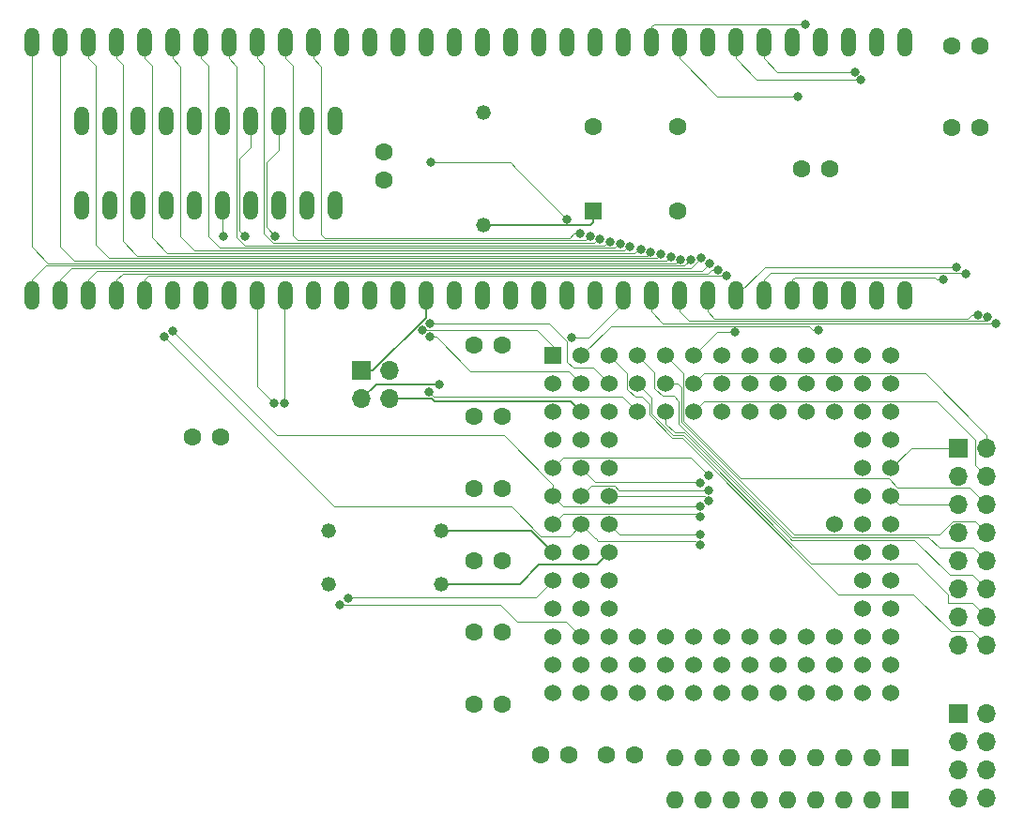
<source format=gbr>
G04 #@! TF.GenerationSoftware,KiCad,Pcbnew,(5.1.5-0-10_14)*
G04 #@! TF.CreationDate,2020-11-11T10:53:56+00:00*
G04 #@! TF.ProjectId,rosco_m68k_r1_020,726f7363-6f5f-46d3-9638-6b5f72315f30,rev?*
G04 #@! TF.SameCoordinates,Original*
G04 #@! TF.FileFunction,Copper,L1,Top*
G04 #@! TF.FilePolarity,Positive*
%FSLAX46Y46*%
G04 Gerber Fmt 4.6, Leading zero omitted, Abs format (unit mm)*
G04 Created by KiCad (PCBNEW (5.1.5-0-10_14)) date 2020-11-11 10:53:56*
%MOMM*%
%LPD*%
G04 APERTURE LIST*
%ADD10O,1.320800X2.641600*%
%ADD11C,1.524000*%
%ADD12R,1.524000X1.524000*%
%ADD13O,1.600000X1.600000*%
%ADD14R,1.600000X1.600000*%
%ADD15C,1.320800*%
%ADD16C,1.600000*%
%ADD17O,1.700000X1.700000*%
%ADD18R,1.700000X1.700000*%
%ADD19C,1.600200*%
%ADD20C,0.800000*%
%ADD21C,0.120000*%
%ADD22C,0.152400*%
G04 APERTURE END LIST*
D10*
X115457000Y-35370599D03*
X112917000Y-35370599D03*
X110377000Y-35370599D03*
X107837000Y-35370599D03*
X105297000Y-35370599D03*
X102757000Y-35370599D03*
X100217000Y-35370599D03*
X97677000Y-35370599D03*
X95137000Y-35370599D03*
X92597000Y-35370599D03*
X90057000Y-35370599D03*
X87517000Y-35370599D03*
X115457000Y-58230599D03*
X112917000Y-58230599D03*
X110377000Y-58230599D03*
X107837000Y-58230599D03*
X105297000Y-58230599D03*
X102757000Y-58230599D03*
X100217000Y-58230599D03*
X97677000Y-58230599D03*
X95137000Y-58230599D03*
X92597000Y-58230599D03*
X90057000Y-58230599D03*
X87517000Y-58230599D03*
X39257000Y-35370599D03*
X41797000Y-35370599D03*
X44337000Y-35370599D03*
X46877000Y-35370599D03*
X49417000Y-35370599D03*
X51957000Y-35370599D03*
X54497000Y-35370599D03*
X57037000Y-35370599D03*
X59577000Y-35370599D03*
X62117000Y-35370599D03*
X64657000Y-35370599D03*
X67197000Y-35370599D03*
X69737000Y-35370599D03*
X72277000Y-35370599D03*
X74817000Y-35370599D03*
X77357000Y-35370599D03*
X79897000Y-35370599D03*
X82437000Y-35370599D03*
X84977000Y-35370599D03*
X117997000Y-35370599D03*
X117997000Y-58230599D03*
X84977000Y-58230599D03*
X82437000Y-58230599D03*
X79897000Y-58230599D03*
X77357000Y-58230599D03*
X74817000Y-58230599D03*
X72277000Y-58230599D03*
X69737000Y-58230599D03*
X67197000Y-58230599D03*
X64657000Y-58230599D03*
X62117000Y-58230599D03*
X59577000Y-58230599D03*
X57037000Y-58230599D03*
X54497000Y-58230599D03*
X51957000Y-58230599D03*
X49417000Y-58230599D03*
X46877000Y-58230599D03*
X44337000Y-58230599D03*
X41797000Y-58230599D03*
X39257000Y-58230599D03*
X43770000Y-42418000D03*
X46310000Y-42418000D03*
X48850000Y-42418000D03*
X51390000Y-42418000D03*
X53930000Y-42418000D03*
X56470000Y-42418000D03*
X59010000Y-42418000D03*
X61550000Y-42418000D03*
X64090000Y-42418000D03*
X66630000Y-42418000D03*
X66630000Y-50038000D03*
X64090000Y-50038000D03*
X61550000Y-50038000D03*
X59010000Y-50038000D03*
X56470000Y-50038000D03*
X53930000Y-50038000D03*
X51390000Y-50038000D03*
X48850000Y-50038000D03*
X46310000Y-50038000D03*
X43770000Y-50038000D03*
D11*
X109153200Y-63640000D03*
X106613200Y-63640000D03*
X104073200Y-63640000D03*
X116773200Y-63640000D03*
X114233200Y-63640000D03*
X93913200Y-63640000D03*
X96453200Y-63640000D03*
D12*
X86293200Y-63640000D03*
D11*
X101533200Y-63640000D03*
X88833200Y-63640000D03*
X91373200Y-63640000D03*
X98993200Y-63640000D03*
X111693200Y-63640000D03*
X109153200Y-66180000D03*
X106613200Y-66180000D03*
X104073200Y-66180000D03*
X116773200Y-66180000D03*
X114233200Y-66180000D03*
X93913200Y-66180000D03*
X96453200Y-66180000D03*
X86293200Y-66180000D03*
X101533200Y-66180000D03*
X88833200Y-66180000D03*
X91373200Y-66180000D03*
X98993200Y-66180000D03*
X111693200Y-66180000D03*
X109153200Y-68720000D03*
X106613200Y-68720000D03*
X104073200Y-68720000D03*
X116773200Y-68720000D03*
X114233200Y-68720000D03*
X93913200Y-68720000D03*
X96453200Y-68720000D03*
X86293200Y-68720000D03*
X101533200Y-68720000D03*
X88833200Y-68720000D03*
X91373200Y-68720000D03*
X98993200Y-68720000D03*
X111693200Y-68720000D03*
X116773200Y-71260000D03*
X114233200Y-71260000D03*
X86293200Y-71260000D03*
X88833200Y-71260000D03*
X91373200Y-71260000D03*
X116773200Y-73800000D03*
X114233200Y-73800000D03*
X86293200Y-73800000D03*
X88833200Y-73800000D03*
X91373200Y-73800000D03*
X116773200Y-76340000D03*
X114233200Y-76340000D03*
X86293200Y-76340000D03*
X88833200Y-76340000D03*
X91373200Y-76340000D03*
X116773200Y-78880000D03*
X114233200Y-78880000D03*
X86293200Y-78880000D03*
X88833200Y-78880000D03*
X91373200Y-78880000D03*
X111693200Y-78880000D03*
X116773200Y-81420000D03*
X114233200Y-81420000D03*
X86293200Y-81420000D03*
X88833200Y-81420000D03*
X91373200Y-81420000D03*
X116773200Y-83960000D03*
X114233200Y-83960000D03*
X86293200Y-83960000D03*
X88833200Y-83960000D03*
X91373200Y-83960000D03*
X116773200Y-86500000D03*
X114233200Y-86500000D03*
X86293200Y-86500000D03*
X88833200Y-86500000D03*
X91373200Y-86500000D03*
X109153200Y-89040000D03*
X106613200Y-89040000D03*
X104073200Y-89040000D03*
X116773200Y-89040000D03*
X114233200Y-89040000D03*
X93913200Y-89040000D03*
X96453200Y-89040000D03*
X86293200Y-89040000D03*
X101533200Y-89040000D03*
X88833200Y-89040000D03*
X91373200Y-89040000D03*
X98993200Y-89040000D03*
X111693200Y-89040000D03*
X109153200Y-91580000D03*
X106613200Y-91580000D03*
X104073200Y-91580000D03*
X116773200Y-91580000D03*
X114233200Y-91580000D03*
X93913200Y-91580000D03*
X96453200Y-91580000D03*
X86293200Y-91580000D03*
X101533200Y-91580000D03*
X88833200Y-91580000D03*
X91373200Y-91580000D03*
X98993200Y-91580000D03*
X111693200Y-91580000D03*
X86293200Y-94120000D03*
X88833200Y-94120000D03*
X91373200Y-94120000D03*
X93913200Y-94120000D03*
X96453200Y-94120000D03*
X98993200Y-94120000D03*
X101533200Y-94120000D03*
X104073200Y-94120000D03*
X106613200Y-94120000D03*
X109153200Y-94120000D03*
X111693200Y-94120000D03*
X114233200Y-94120000D03*
X116773200Y-94120000D03*
D13*
X97298200Y-103700000D03*
X99838200Y-103700000D03*
X102378200Y-103700000D03*
X104918200Y-103700000D03*
X107458200Y-103700000D03*
X109998200Y-103700000D03*
X112538200Y-103700000D03*
X115078200Y-103700000D03*
D14*
X117618200Y-103700000D03*
D13*
X97298200Y-99900000D03*
X99838200Y-99900000D03*
X102378200Y-99900000D03*
X104918200Y-99900000D03*
X107458200Y-99900000D03*
X109998200Y-99900000D03*
X112538200Y-99900000D03*
X115078200Y-99900000D03*
D14*
X117618200Y-99900000D03*
D15*
X76151199Y-84250000D03*
X65991199Y-84250000D03*
X76151199Y-79449000D03*
X65991199Y-79449000D03*
X80000000Y-51880599D03*
X80000000Y-41720599D03*
D16*
X97552718Y-50610599D03*
X97552718Y-42990599D03*
X89932718Y-42990599D03*
D14*
X89932718Y-50610599D03*
D17*
X71540000Y-67540000D03*
X69000000Y-67540000D03*
X71540000Y-65000000D03*
D18*
X69000000Y-65000000D03*
D17*
X125390000Y-103570000D03*
X122850000Y-103570000D03*
X125390000Y-101030000D03*
X122850000Y-101030000D03*
X125390000Y-98490000D03*
X122850000Y-98490000D03*
X125390000Y-95950000D03*
D18*
X122850000Y-95950000D03*
D17*
X125390000Y-89780000D03*
X122850000Y-89780000D03*
X125390000Y-87240000D03*
X122850000Y-87240000D03*
X125390000Y-84700000D03*
X122850000Y-84700000D03*
X125390000Y-82160000D03*
X122850000Y-82160000D03*
X125390000Y-79620000D03*
X122850000Y-79620000D03*
X125390000Y-77080000D03*
X122850000Y-77080000D03*
X125390000Y-74540000D03*
X122850000Y-74540000D03*
X125390000Y-72000000D03*
D18*
X122850000Y-72000000D03*
D19*
X56270000Y-71000000D03*
X53730000Y-71000000D03*
X124784200Y-43000000D03*
X122244200Y-43000000D03*
X124784200Y-35650000D03*
X122244200Y-35650000D03*
X93670000Y-99650000D03*
X91130000Y-99650000D03*
X87720000Y-99650000D03*
X85180000Y-99650000D03*
X81720000Y-95089800D03*
X79180000Y-95089800D03*
X81720000Y-88605880D03*
X79180000Y-88605880D03*
X81720000Y-82121960D03*
X79180000Y-82121960D03*
X81720000Y-75638040D03*
X79180000Y-75638040D03*
X81720000Y-69154120D03*
X79180000Y-69154120D03*
X81720000Y-62670200D03*
X79180000Y-62670200D03*
X108730000Y-46800599D03*
X111270000Y-46800599D03*
X71000000Y-45212000D03*
X71000000Y-47752000D03*
D20*
X74520059Y-61311354D03*
X75181330Y-61936513D03*
X75190000Y-60695496D03*
X75096296Y-66935865D03*
X100280000Y-74450000D03*
X121470000Y-56754071D03*
X99550040Y-75090000D03*
X99550040Y-77270000D03*
X51940000Y-61380000D03*
X100342099Y-75792607D03*
X122665783Y-55614070D03*
X100308835Y-76702001D03*
X123519990Y-56285224D03*
X99550040Y-78210734D03*
X99550040Y-80730003D03*
X51206974Y-61924883D03*
X99550040Y-79820000D03*
X126210000Y-60740000D03*
X125462975Y-60170000D03*
X124584495Y-59932565D03*
X67800000Y-85530000D03*
X62080000Y-67960000D03*
X87991009Y-61971443D03*
X56510000Y-52840000D03*
X67083621Y-86091164D03*
X61150000Y-67960000D03*
X61242986Y-52816884D03*
X58478590Y-52882488D03*
X87540000Y-51294399D03*
X75280000Y-46190000D03*
X76000000Y-66220000D03*
X114065560Y-38722405D03*
X110250000Y-61301020D03*
X102670000Y-61531030D03*
X109020000Y-33680000D03*
X113487000Y-38020000D03*
X108329899Y-40240000D03*
X92352206Y-53565968D03*
X95985186Y-54489940D03*
X89613119Y-52849880D03*
X99627805Y-54825586D03*
X95092580Y-54259930D03*
X97802986Y-54949960D03*
X101930000Y-56440000D03*
X90530861Y-53109880D03*
X93231623Y-53799910D03*
X100385430Y-55329677D03*
X88714576Y-52619870D03*
X91423833Y-53339890D03*
X94182577Y-54029920D03*
X96895189Y-54719950D03*
X98712855Y-54934433D03*
X101132642Y-55870000D03*
D21*
X86293200Y-62758000D02*
X86293200Y-63640000D01*
X84846554Y-61311354D02*
X86293200Y-62758000D01*
X74520059Y-61311354D02*
X84846554Y-61311354D01*
X75747015Y-61936513D02*
X78820502Y-65010000D01*
X75181330Y-61936513D02*
X75747015Y-61936513D01*
X87663200Y-65010000D02*
X88833200Y-66180000D01*
X78820502Y-65010000D02*
X87663200Y-65010000D01*
X89943200Y-64750000D02*
X91373200Y-66180000D01*
X88090000Y-64750000D02*
X89943200Y-64750000D01*
X87540000Y-64200000D02*
X88090000Y-64750000D01*
X75190000Y-60695496D02*
X85915496Y-60695496D01*
X87540000Y-62320000D02*
X87540000Y-64200000D01*
X85915496Y-60695496D02*
X87540000Y-62320000D01*
X75470421Y-67309990D02*
X75096296Y-66935865D01*
X92503190Y-67309990D02*
X75470421Y-67309990D01*
X93913200Y-68720000D02*
X92503190Y-67309990D01*
D22*
X75584037Y-67771799D02*
X87884999Y-67771799D01*
X88071201Y-67958001D02*
X88833200Y-68720000D01*
X87884999Y-67771799D02*
X88071201Y-67958001D01*
X75352238Y-67540000D02*
X75584037Y-67771799D01*
X71540000Y-67540000D02*
X75352238Y-67540000D01*
D21*
X118573200Y-72000000D02*
X116773200Y-73800000D01*
X122850000Y-72000000D02*
X118573200Y-72000000D01*
X98697999Y-72867999D02*
X100280000Y-74450000D01*
X87225201Y-72867999D02*
X98697999Y-72867999D01*
X86293200Y-73800000D02*
X87225201Y-72867999D01*
X108067010Y-56559789D02*
X107837000Y-56789799D01*
X120710033Y-56559789D02*
X108067010Y-56559789D01*
X107837000Y-56789799D02*
X107837000Y-58230599D01*
X120904315Y-56754071D02*
X120710033Y-56559789D01*
X121470000Y-56754071D02*
X120904315Y-56754071D01*
X90113200Y-75080000D02*
X88833200Y-73800000D01*
X99540040Y-75080000D02*
X99550040Y-75090000D01*
X90113200Y-75080000D02*
X99540040Y-75080000D01*
X117513200Y-77080000D02*
X116773200Y-76340000D01*
X122850000Y-77080000D02*
X117513200Y-77080000D01*
X86293200Y-76340000D02*
X87225201Y-77272001D01*
X99548039Y-77272001D02*
X99550040Y-77270000D01*
X87225201Y-77272001D02*
X99548039Y-77272001D01*
X86293200Y-75262370D02*
X81830830Y-70800000D01*
X86293200Y-76340000D02*
X86293200Y-75262370D01*
X61360000Y-70800000D02*
X51940000Y-61380000D01*
X81830830Y-70800000D02*
X61360000Y-70800000D01*
X91820561Y-75407999D02*
X92205169Y-75792607D01*
X89765201Y-75407999D02*
X91820561Y-75407999D01*
X92205169Y-75792607D02*
X100342099Y-75792607D01*
X88833200Y-76340000D02*
X89765201Y-75407999D01*
X105373529Y-55614070D02*
X102757000Y-58230599D01*
X122665783Y-55614070D02*
X105373529Y-55614070D01*
X99946834Y-76340000D02*
X100308835Y-76702001D01*
X91373200Y-76340000D02*
X99946834Y-76340000D01*
X105297000Y-56789799D02*
X105297000Y-58230599D01*
X123418837Y-56184071D02*
X105902728Y-56184071D01*
X105902728Y-56184071D02*
X105297000Y-56789799D01*
X123519990Y-56285224D02*
X123418837Y-56184071D01*
X99287305Y-77947999D02*
X99550040Y-78210734D01*
X87225201Y-77947999D02*
X99287305Y-77947999D01*
X86293200Y-78880000D02*
X87225201Y-77947999D01*
X88833200Y-78880000D02*
X90093200Y-80140000D01*
X90093200Y-80140000D02*
X90120000Y-80140000D01*
X90120000Y-80140000D02*
X90330000Y-80350000D01*
X99170037Y-80350000D02*
X99550040Y-80730003D01*
X90330000Y-80350000D02*
X99170037Y-80350000D01*
X88833200Y-78880000D02*
X87763200Y-79950000D01*
X85171392Y-79950000D02*
X82501392Y-77280000D01*
X87763200Y-79950000D02*
X85171392Y-79950000D01*
X82501392Y-77280000D02*
X67514718Y-77280000D01*
X66562091Y-77280000D02*
X51206974Y-61924883D01*
X67514718Y-77280000D02*
X66562091Y-77280000D01*
X91373200Y-78880000D02*
X92305201Y-79812001D01*
X99542041Y-79812001D02*
X99550040Y-79820000D01*
X92305201Y-79812001D02*
X99542041Y-79812001D01*
X126210000Y-60740000D02*
X117127417Y-60740000D01*
X117127417Y-60740000D02*
X117118437Y-60731020D01*
X95137000Y-59671399D02*
X95137000Y-58230599D01*
X96196621Y-60731020D02*
X95137000Y-59671399D01*
X117118437Y-60731020D02*
X96196621Y-60731020D01*
D22*
X84322200Y-79449000D02*
X76151199Y-79449000D01*
X86293200Y-81420000D02*
X84322200Y-79449000D01*
X76151199Y-84250000D02*
X83310000Y-84250000D01*
X83310000Y-84250000D02*
X85030000Y-82530000D01*
X90263200Y-82530000D02*
X91373200Y-81420000D01*
X85030000Y-82530000D02*
X90263200Y-82530000D01*
D21*
X98506611Y-60501010D02*
X97677000Y-59671399D01*
X125270010Y-60509990D02*
X117222690Y-60509990D01*
X97677000Y-59671399D02*
X97677000Y-58230599D01*
X117213710Y-60501010D02*
X98506611Y-60501010D01*
X125462975Y-60317025D02*
X125270010Y-60509990D01*
X117222690Y-60509990D02*
X117213710Y-60501010D01*
X125462975Y-60170000D02*
X125462975Y-60317025D01*
X124584495Y-59932565D02*
X124018810Y-59932565D01*
X117308983Y-60271000D02*
X100816601Y-60271000D01*
X100217000Y-59671399D02*
X100217000Y-58230599D01*
X117317963Y-60279980D02*
X117308983Y-60271000D01*
X100816601Y-60271000D02*
X100217000Y-59671399D01*
X123671395Y-60279980D02*
X117317963Y-60279980D01*
X124018810Y-59932565D02*
X123671395Y-60279980D01*
X86293200Y-83960000D02*
X84763200Y-85490000D01*
X67840000Y-85490000D02*
X67800000Y-85530000D01*
X84763200Y-85490000D02*
X67840000Y-85490000D01*
X62080000Y-58267599D02*
X62117000Y-58230599D01*
X62080000Y-67960000D02*
X62080000Y-58267599D01*
X92597000Y-58230599D02*
X92597000Y-58890999D01*
X89516556Y-61971443D02*
X87991009Y-61971443D01*
X92597000Y-58890999D02*
X89516556Y-61971443D01*
X56470000Y-52800000D02*
X56510000Y-52840000D01*
X56470000Y-50038000D02*
X56470000Y-52800000D01*
X88833200Y-89040000D02*
X87453200Y-87660000D01*
X87428979Y-87635779D02*
X83045779Y-87635779D01*
X87453200Y-87660000D02*
X87428979Y-87635779D01*
X67092458Y-86100001D02*
X67083621Y-86091164D01*
X81510001Y-86100001D02*
X67092458Y-86100001D01*
X83045779Y-87635779D02*
X81510001Y-86100001D01*
X59577000Y-66387000D02*
X59577000Y-58230599D01*
X61150000Y-67960000D02*
X59577000Y-66387000D01*
X61550000Y-42418000D02*
X61550000Y-45060010D01*
X61550000Y-45060010D02*
X60450010Y-46160000D01*
X60450010Y-52023908D02*
X61242986Y-52816884D01*
X60450010Y-46160000D02*
X60450010Y-52023908D01*
X59010000Y-42418000D02*
X59010000Y-44830010D01*
X59010000Y-44830010D02*
X57980010Y-45860000D01*
X57980010Y-52383908D02*
X58478590Y-52882488D01*
X57980010Y-45860000D02*
X57980010Y-52383908D01*
X82965601Y-46720000D02*
X87540000Y-51294399D01*
X82435601Y-46190000D02*
X82965601Y-46720000D01*
X75280000Y-46190000D02*
X82435601Y-46190000D01*
D22*
X74817000Y-59703799D02*
X74817000Y-58230599D01*
X70002400Y-65000000D02*
X74817000Y-60185400D01*
X74817000Y-60185400D02*
X74817000Y-59703799D01*
X69000000Y-65000000D02*
X70002400Y-65000000D01*
X70320000Y-66220000D02*
X76000000Y-66220000D01*
X69000000Y-67540000D02*
X70320000Y-66220000D01*
X89932718Y-51562999D02*
X89932718Y-50610599D01*
X89615118Y-51880599D02*
X89932718Y-51562999D01*
X80000000Y-51880599D02*
X89615118Y-51880599D01*
D21*
X104668006Y-38722405D02*
X114065560Y-38722405D01*
X102757000Y-36811399D02*
X104668006Y-38722405D01*
X102757000Y-35370599D02*
X102757000Y-36811399D01*
X95430000Y-65156800D02*
X93913200Y-63640000D01*
X95430000Y-66536162D02*
X95430000Y-65156800D01*
X107891445Y-80042011D02*
X97601179Y-69751745D01*
X96183838Y-67290000D02*
X95430000Y-66536162D01*
X120162011Y-80042011D02*
X107891445Y-80042011D01*
X97160000Y-67290000D02*
X96183838Y-67290000D01*
X97601179Y-67731179D02*
X97160000Y-67290000D01*
X125390000Y-82160000D02*
X124540001Y-81310001D01*
X121110000Y-80990000D02*
X120162011Y-80042011D01*
X97601179Y-69751745D02*
X97601179Y-67731179D01*
X124530001Y-81310001D02*
X124210000Y-80990000D01*
X124210000Y-80990000D02*
X121110000Y-80990000D01*
X124540001Y-81310001D02*
X124530001Y-81310001D01*
X117372563Y-75560001D02*
X116544563Y-74732001D01*
X123870001Y-75560001D02*
X117372563Y-75560001D01*
X125390000Y-77080000D02*
X123870001Y-75560001D01*
X97215199Y-64401999D02*
X97221999Y-64401999D01*
X96453200Y-63640000D02*
X97215199Y-64401999D01*
X97221999Y-64401999D02*
X98061199Y-65241199D01*
X98061199Y-65241199D02*
X98061199Y-69561199D01*
X103232001Y-74732001D02*
X116544563Y-74732001D01*
X98061199Y-69561199D02*
X103232001Y-74732001D01*
X109684315Y-61301020D02*
X109344325Y-60961030D01*
X110250000Y-61301020D02*
X109684315Y-61301020D01*
X96046038Y-60961030D02*
X96045008Y-60960000D01*
X109344325Y-60961030D02*
X96046038Y-60961030D01*
X91513200Y-60960000D02*
X88833200Y-63640000D01*
X96045008Y-60960000D02*
X91513200Y-60960000D01*
X122130000Y-88490000D02*
X124100000Y-88490000D01*
X92981199Y-65247999D02*
X92981199Y-66627361D01*
X118810000Y-85170000D02*
X122130000Y-88490000D01*
X97913608Y-71040020D02*
X112043588Y-85170000D01*
X124100000Y-88490000D02*
X125390000Y-89780000D01*
X97045024Y-71040020D02*
X97913608Y-71040020D01*
X94300000Y-67330000D02*
X94949990Y-67979990D01*
X93683838Y-67330000D02*
X94300000Y-67330000D01*
X94949990Y-67979990D02*
X94949991Y-68944985D01*
X112043588Y-85170000D02*
X118810000Y-85170000D01*
X92981199Y-66627361D02*
X93683838Y-67330000D01*
X94949991Y-68944985D02*
X97045024Y-71040020D01*
X91373200Y-63640000D02*
X92981199Y-65247999D01*
X101102170Y-61531030D02*
X98993200Y-63640000D01*
X102670000Y-61531030D02*
X101102170Y-61531030D01*
X95386799Y-33680000D02*
X109020000Y-33680000D01*
X95137000Y-33929799D02*
X95386799Y-33680000D01*
X95137000Y-35370599D02*
X95137000Y-33929799D01*
X106505601Y-38020000D02*
X113487000Y-38020000D01*
X105297000Y-36811399D02*
X106505601Y-38020000D01*
X105297000Y-35370599D02*
X105297000Y-36811399D01*
X124130000Y-85980000D02*
X125390000Y-87240000D01*
X121890000Y-85980000D02*
X124130000Y-85980000D01*
X121890000Y-85157438D02*
X121890000Y-85980000D01*
X119122562Y-82390000D02*
X121890000Y-85157438D01*
X109588870Y-82390000D02*
X119122562Y-82390000D01*
X97140297Y-70810010D02*
X98008880Y-70810010D01*
X93913200Y-66180000D02*
X95180000Y-67446800D01*
X95180000Y-68849712D02*
X97140297Y-70810010D01*
X95180000Y-67446800D02*
X95180000Y-68849712D01*
X98008880Y-70810010D02*
X109588870Y-82390000D01*
X122360399Y-78599999D02*
X124369999Y-78599999D01*
X121148397Y-79812001D02*
X122360399Y-78599999D01*
X107986718Y-79812001D02*
X121148397Y-79812001D01*
X97831189Y-69656472D02*
X107986718Y-79812001D01*
X124369999Y-78599999D02*
X125390000Y-79620000D01*
X97831189Y-66480359D02*
X97831189Y-69656472D01*
X97530830Y-66180000D02*
X97831189Y-66480359D01*
X96453200Y-66180000D02*
X97530830Y-66180000D01*
X99755199Y-65418001D02*
X98993200Y-66180000D01*
X99925201Y-65247999D02*
X99755199Y-65418001D01*
X119840080Y-65247999D02*
X99925201Y-65247999D01*
X125390000Y-70797919D02*
X119840080Y-65247999D01*
X125390000Y-72000000D02*
X125390000Y-70797919D01*
X101105601Y-40240000D02*
X108329899Y-40240000D01*
X97677000Y-36811399D02*
X101105601Y-40240000D01*
X97677000Y-35370599D02*
X97677000Y-36811399D01*
X107661435Y-80137283D02*
X98104152Y-70580000D01*
X107796172Y-80272021D02*
X107661435Y-80137283D01*
X98104152Y-70580000D02*
X97235570Y-70580000D01*
X118882021Y-80272021D02*
X107796172Y-80272021D01*
X124140000Y-83460000D02*
X122070000Y-83460000D01*
X97235570Y-70580000D02*
X96453200Y-69797630D01*
X124530001Y-83850001D02*
X124140000Y-83460000D01*
X96453200Y-69797630D02*
X96453200Y-68720000D01*
X125390000Y-84700000D02*
X124540001Y-83850001D01*
X124540001Y-83850001D02*
X124530001Y-83850001D01*
X122070000Y-83460000D02*
X118882021Y-80272021D01*
X124369999Y-73519999D02*
X124369999Y-71259999D01*
X125390000Y-74540000D02*
X124369999Y-73519999D01*
X99925201Y-67787999D02*
X99755199Y-67958001D01*
X120897999Y-67787999D02*
X99925201Y-67787999D01*
X99755199Y-67958001D02*
X98993200Y-68720000D01*
X124369999Y-71259999D02*
X120897999Y-67787999D01*
X92214032Y-53565968D02*
X91870110Y-53909890D01*
X92352206Y-53565968D02*
X92214032Y-53565968D01*
X91870110Y-53909890D02*
X89870000Y-53909890D01*
X89870000Y-53909890D02*
X89660546Y-53909890D01*
X87110110Y-53909890D02*
X56199890Y-53909890D01*
X89660546Y-53909890D02*
X87110110Y-53909890D01*
X87110110Y-53909890D02*
X86990000Y-53909890D01*
X56199890Y-53909890D02*
X55150000Y-52860000D01*
X54497000Y-36811399D02*
X54497000Y-35370599D01*
X55150000Y-37464399D02*
X54497000Y-36811399D01*
X55150000Y-52860000D02*
X55150000Y-37464399D01*
X44337000Y-36811399D02*
X44337000Y-35370599D01*
X44990000Y-37464399D02*
X44337000Y-36811399D01*
X46219930Y-54829930D02*
X44990000Y-53600000D01*
X44990000Y-53600000D02*
X44990000Y-37464399D01*
X95630070Y-54829930D02*
X46219930Y-54829930D01*
X95970060Y-54489940D02*
X95630070Y-54829930D01*
X95985186Y-54489940D02*
X95970060Y-54489940D01*
X89613119Y-52849880D02*
X89243139Y-53219860D01*
X89243139Y-53219860D02*
X63219860Y-53219860D01*
X63219860Y-53219860D02*
X62790000Y-52790000D01*
X62117000Y-36811399D02*
X62117000Y-35370599D01*
X62790000Y-37484399D02*
X62117000Y-36811399D01*
X62790000Y-52790000D02*
X62790000Y-37484399D01*
X41797000Y-56789799D02*
X41797000Y-58230599D01*
X98703421Y-55749970D02*
X42836829Y-55749970D01*
X42836829Y-55749970D02*
X41797000Y-56789799D01*
X99627805Y-54825586D02*
X98703421Y-55749970D01*
X95092580Y-54322580D02*
X94815240Y-54599920D01*
X95092580Y-54259930D02*
X95092580Y-54322580D01*
X94815240Y-54599920D02*
X93120000Y-54599920D01*
X93120000Y-54599920D02*
X92746911Y-54599920D01*
X92746911Y-54599920D02*
X89340000Y-54599920D01*
X89340000Y-54599920D02*
X88696911Y-54599920D01*
X86970080Y-54599920D02*
X48789920Y-54599920D01*
X88696911Y-54599920D02*
X86970080Y-54599920D01*
X86970080Y-54599920D02*
X86850000Y-54599920D01*
X48789920Y-54599920D02*
X47470000Y-53280000D01*
X46877000Y-36811399D02*
X46877000Y-35370599D01*
X47470000Y-37404399D02*
X46877000Y-36811399D01*
X47470000Y-53280000D02*
X47470000Y-37404399D01*
X39257000Y-53817000D02*
X39257000Y-35370599D01*
X40729950Y-55289950D02*
X39257000Y-53817000D01*
X97390050Y-55289950D02*
X40729950Y-55289950D01*
X97730040Y-54949960D02*
X97390050Y-55289950D01*
X97802986Y-54949960D02*
X97730040Y-54949960D01*
D22*
X49417000Y-58230599D02*
X49417000Y-57570199D01*
D21*
X49417000Y-56789799D02*
X49417000Y-58230599D01*
X49766799Y-56440000D02*
X49417000Y-56789799D01*
X101930000Y-56440000D02*
X49766799Y-56440000D01*
X59577000Y-36811399D02*
X59577000Y-35370599D01*
X60220000Y-37454399D02*
X59577000Y-36811399D01*
X90530861Y-53109880D02*
X90320120Y-53109880D01*
X61069870Y-53449870D02*
X60220000Y-52600000D01*
X89980130Y-53449870D02*
X61069870Y-53449870D01*
X90320120Y-53109880D02*
X89980130Y-53449870D01*
X60220000Y-52600000D02*
X60220000Y-37454399D01*
X51957000Y-36811399D02*
X51957000Y-35370599D01*
X93231623Y-53799910D02*
X93020090Y-53799910D01*
X52670000Y-52880000D02*
X52670000Y-37524399D01*
X52670000Y-37524399D02*
X51957000Y-36811399D01*
X53929900Y-54139900D02*
X52670000Y-52880000D01*
X92680100Y-54139900D02*
X53929900Y-54139900D01*
X93020090Y-53799910D02*
X92680100Y-54139900D01*
X44337000Y-56789799D02*
X44337000Y-58230599D01*
X100385430Y-55329677D02*
X99985431Y-55729676D01*
X45146819Y-55979980D02*
X44337000Y-56789799D01*
X99960324Y-55729676D02*
X99710020Y-55979980D01*
X99985431Y-55729676D02*
X99960324Y-55729676D01*
X99710020Y-55979980D02*
X45146819Y-55979980D01*
X88694576Y-52879870D02*
X88694576Y-52894576D01*
X64657000Y-36811399D02*
X64657000Y-35370599D01*
X65719850Y-52989850D02*
X65390000Y-52660000D01*
X65390000Y-37544399D02*
X64657000Y-36811399D01*
X87778911Y-52989850D02*
X65719850Y-52989850D01*
X88148891Y-52619870D02*
X87778911Y-52989850D01*
X65390000Y-52660000D02*
X65390000Y-37544399D01*
X88714576Y-52619870D02*
X88148891Y-52619870D01*
X57037000Y-36811399D02*
X57037000Y-35370599D01*
X57750000Y-37524399D02*
X57037000Y-36811399D01*
X58469880Y-53679880D02*
X57750000Y-52960000D01*
X91230110Y-53339890D02*
X90890120Y-53679880D01*
X57750000Y-52960000D02*
X57750000Y-37524399D01*
X90890120Y-53679880D02*
X58469880Y-53679880D01*
X91423833Y-53339890D02*
X91230110Y-53339890D01*
X49417000Y-36811399D02*
X49417000Y-35370599D01*
X93660090Y-54369910D02*
X51489910Y-54369910D01*
X51489910Y-54369910D02*
X50070000Y-52950000D01*
X94000080Y-54029920D02*
X93660090Y-54369910D01*
X50070000Y-52950000D02*
X50070000Y-37464399D01*
X50070000Y-37464399D02*
X49417000Y-36811399D01*
X94182577Y-54029920D02*
X94000080Y-54029920D01*
X43049940Y-55059940D02*
X41797000Y-53807000D01*
X96510060Y-55059940D02*
X43049940Y-55059940D01*
X41797000Y-53807000D02*
X41797000Y-35370599D01*
X96850050Y-54719950D02*
X96510060Y-55059940D01*
X96895189Y-54719950D02*
X96850050Y-54719950D01*
X40526839Y-55519960D02*
X39257000Y-56789799D01*
X98127328Y-55519960D02*
X40526839Y-55519960D01*
X39257000Y-56789799D02*
X39257000Y-58230599D01*
X98712855Y-54934433D02*
X98127328Y-55519960D01*
X46877000Y-56789799D02*
X46877000Y-58230599D01*
X47456809Y-56209990D02*
X46877000Y-56789799D01*
X100226967Y-56209990D02*
X47456809Y-56209990D01*
X100566957Y-55870000D02*
X100226967Y-56209990D01*
X101132642Y-55870000D02*
X100566957Y-55870000D01*
M02*

</source>
